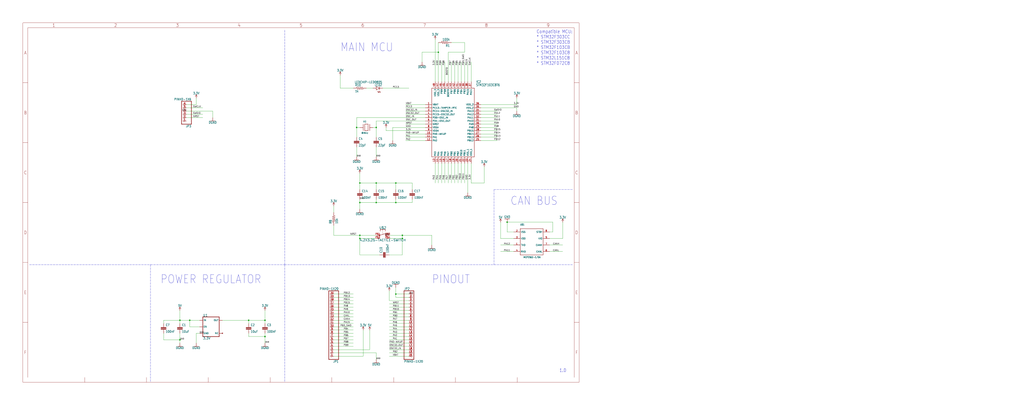
<source format=kicad_sch>
(kicad_sch (version 20211123) (generator eeschema)
  (paper "User" 795.02 317.906)
  (lib_symbols
    (symbol "speedy barebone-eagle-import:3.3V" (power)
      (property "Value" "3.3V" (at 0 2.794 0))
      (symbol "3.3V_1_0"
        (pin power_in line (at 0 0 90) (length 2.54) (name "3.3V") (number "1"))
      )
    )
    (symbol "speedy barebone-eagle-import:4.2X3.25-TACTILE-SWITCH"
      (property "Value" "4.2X3.25-TACTILE-SWITCH" (at 0 -2.794 0))
      (symbol "4.2X3.25-TACTILE-SWITCH_1_0"
        (pin passive line (at -5.08 0 0) (length 2.54) (name "1") (number "P$1"))
        (pin passive line (at -5.08 -2.54 0) (length 2.54) (name "2") (number "P$2"))
        (pin passive line (at 5.08 0 180) (length 2.54) (name "3") (number "P$3"))
        (pin passive line (at 5.08 -2.54 180) (length 2.54) (name "4") (number "P$4"))
      )
    )
    (symbol "speedy barebone-eagle-import:5V" (power)
      (property "Value" "5V" (at 0 2.794 0))
      (symbol "5V_1_0"
        (pin power_in line (at 0 0 90) (length 2.54) (name "5V") (number "1"))
      )
    )
    (symbol "speedy barebone-eagle-import:C-EUC0603"
      (property "Reference" "C" (at 1.524 0.381 0))
      (property "Value" "C-EUC0603" (at 1.524 -4.699 0))
      (symbol "C-EUC0603_1_0"
        (pin passive line (at 0 2.54 270) (length 2.54) (name "1") (number "1"))
        (pin passive line (at 0 -5.08 90) (length 2.54) (name "2") (number "2"))
      )
    )
    (symbol "speedy barebone-eagle-import:C-EUC0805"
      (property "Reference" "C" (at 1.524 0.381 0))
      (property "Value" "C-EUC0805" (at 1.524 -4.699 0))
      (symbol "C-EUC0805_1_0"
        (pin passive line (at 0 2.54 270) (length 2.54) (name "1") (number "1"))
        (pin passive line (at 0 -5.08 90) (length 2.54) (name "2") (number "2"))
      )
    )
    (symbol "speedy barebone-eagle-import:DGND" (power)
      (property "Value" "DGND" (at 0 -0.254 0))
      (symbol "DGND_1_0"
        (pin power_in line (at 0 2.54 270) (length 2.54) (name "GND") (number "1"))
      )
    )
    (symbol "speedy barebone-eagle-import:FRAME_B_L"
      (symbol "FRAME_B_L_0_0"
        (text "1" (at 23.9889 277.495 0) (effects (font (size 2.54 2.286))))
        (text "2" (at 71.9667 277.495 0) (effects (font (size 2.54 2.286))))
        (text "3" (at 119.9444 277.495 0) (effects (font (size 2.54 2.286))))
        (text "4" (at 167.9222 277.495 0) (effects (font (size 2.54 2.286))))
        (text "5" (at 215.9 277.495 0) (effects (font (size 2.54 2.286))))
        (text "6" (at 263.8778 277.495 0) (effects (font (size 2.54 2.286))))
        (text "7" (at 311.8556 277.495 0) (effects (font (size 2.54 2.286))))
        (text "8" (at 359.8333 277.495 0) (effects (font (size 2.54 2.286))))
        (text "9" (at 407.8111 277.495 0) (effects (font (size 2.54 2.286))))
        (text "A" (at 1.905 256.1167 0) (effects (font (size 2.54 2.286))))
        (text "A" (at 429.895 256.1167 0) (effects (font (size 2.54 2.286))))
        (text "B" (at 1.905 209.55 0) (effects (font (size 2.54 2.286))))
        (text "B" (at 429.895 209.55 0) (effects (font (size 2.54 2.286))))
        (text "C" (at 1.905 162.9833 0) (effects (font (size 2.54 2.286))))
        (text "C" (at 429.895 162.9833 0) (effects (font (size 2.54 2.286))))
        (text "D" (at 1.905 116.4167 0) (effects (font (size 2.54 2.286))))
        (text "D" (at 429.895 116.4167 0) (effects (font (size 2.54 2.286))))
        (text "E" (at 1.905 69.85 0) (effects (font (size 2.54 2.286))))
        (text "E" (at 429.895 69.85 0) (effects (font (size 2.54 2.286))))
        (text "F" (at 1.905 23.2833 0) (effects (font (size 2.54 2.286))))
        (text "F" (at 429.895 23.2833 0) (effects (font (size 2.54 2.286))))
      )
      (symbol "FRAME_B_L_2_0"
        (text ">DRAWING_NAME" (at 17.78 19.05 0) (effects (font (size 2.54 2.159)) (justify left bottom)))
        (text ">LAST_DATE_TIME" (at 12.7 1.27 0) (effects (font (size 2.54 2.159)) (justify left bottom)))
        (text ">SHEET" (at 86.36 1.27 0) (effects (font (size 2.54 2.159)) (justify left bottom)))
        (text "Date:" (at 1.27 1.27 0) (effects (font (size 2.54 2.159)) (justify left bottom)))
        (text "Document Number:" (at 1.27 11.43 0) (effects (font (size 2.54 2.159)) (justify left bottom)))
        (text "REV:" (at 88.9 11.43 0) (effects (font (size 2.54 2.159)) (justify left bottom)))
        (text "Sheet:" (at 72.39 1.27 0) (effects (font (size 2.54 2.159)) (justify left bottom)))
        (text "TITLE:" (at 1.27 19.05 0) (effects (font (size 2.54 2.159)) (justify left bottom)))
      )
    )
    (symbol "speedy barebone-eagle-import:GND" (power)
      (property "Value" "GND" (at -2.54 -2.54 0))
      (symbol "GND_1_0"
        (pin power_in line (at 0 2.54 270) (length 2.54) (name "GND") (number "1"))
      )
    )
    (symbol "speedy barebone-eagle-import:LEDCHIP-LED0805"
      (property "Reference" "LED" (at 3.556 -4.572 90))
      (property "Value" "LEDCHIP-LED0805" (at 5.715 -4.572 90))
      (symbol "LEDCHIP-LED0805_1_0"
        (pin passive line (at 0 2.54 270) (length 2.54) (name "A") (number "A"))
        (pin passive line (at 0 -5.08 90) (length 2.54) (name "C") (number "C"))
      )
    )
    (symbol "speedy barebone-eagle-import:MCP2562-E{slash}SN"
      (property "Value" "MCP2562-E{slash}SN" (at -7.62 -12.7 0))
      (symbol "MCP2562-E{slash}SN_1_0"
        (pin bidirectional line (at -15.24 -2.54 0) (length 5.08) (name "TXD") (number "1"))
        (pin bidirectional line (at -15.24 7.62 0) (length 5.08) (name "VSS") (number "2"))
        (pin bidirectional line (at -15.24 2.54 0) (length 5.08) (name "VDD") (number "3"))
        (pin bidirectional line (at -15.24 -7.62 0) (length 5.08) (name "RXD") (number "4"))
        (pin bidirectional line (at 12.7 2.54 180) (length 5.08) (name "VIO") (number "5"))
        (pin bidirectional line (at 12.7 -7.62 180) (length 5.08) (name "CANL") (number "6"))
        (pin bidirectional line (at 12.7 -2.54 180) (length 5.08) (name "CANH") (number "7"))
        (pin bidirectional line (at 12.7 7.62 180) (length 5.08) (name "STBY") (number "8"))
      )
    )
    (symbol "speedy barebone-eagle-import:PINHD-1X20"
      (property "Reference" "JP" (at -6.35 26.035 0))
      (property "Value" "PINHD-1X20" (at -6.35 -30.48 0))
      (symbol "PINHD-1X20_1_0"
        (pin passive inverted (at -2.54 22.86 0) (length 2.54) (name "1") (number "1"))
        (pin passive inverted (at -2.54 0 0) (length 2.54) (name "10") (number "10"))
        (pin passive inverted (at -2.54 -2.54 0) (length 2.54) (name "11") (number "11"))
        (pin passive inverted (at -2.54 -5.08 0) (length 2.54) (name "12") (number "12"))
        (pin passive inverted (at -2.54 -7.62 0) (length 2.54) (name "13") (number "13"))
        (pin passive inverted (at -2.54 -10.16 0) (length 2.54) (name "14") (number "14"))
        (pin passive inverted (at -2.54 -12.7 0) (length 2.54) (name "15") (number "15"))
        (pin passive inverted (at -2.54 -15.24 0) (length 2.54) (name "16") (number "16"))
        (pin passive inverted (at -2.54 -17.78 0) (length 2.54) (name "17") (number "17"))
        (pin passive inverted (at -2.54 -20.32 0) (length 2.54) (name "18") (number "18"))
        (pin passive inverted (at -2.54 -22.86 0) (length 2.54) (name "19") (number "19"))
        (pin passive inverted (at -2.54 20.32 0) (length 2.54) (name "2") (number "2"))
        (pin passive inverted (at -2.54 -25.4 0) (length 2.54) (name "20") (number "20"))
        (pin passive inverted (at -2.54 17.78 0) (length 2.54) (name "3") (number "3"))
        (pin passive inverted (at -2.54 15.24 0) (length 2.54) (name "4") (number "4"))
        (pin passive inverted (at -2.54 12.7 0) (length 2.54) (name "5") (number "5"))
        (pin passive inverted (at -2.54 10.16 0) (length 2.54) (name "6") (number "6"))
        (pin passive inverted (at -2.54 7.62 0) (length 2.54) (name "7") (number "7"))
        (pin passive inverted (at -2.54 5.08 0) (length 2.54) (name "8") (number "8"))
        (pin passive inverted (at -2.54 2.54 0) (length 2.54) (name "9") (number "9"))
      )
    )
    (symbol "speedy barebone-eagle-import:PINHD-1X6"
      (property "Reference" "JP" (at -6.35 10.795 0))
      (property "Value" "PINHD-1X6" (at -6.35 -10.16 0))
      (symbol "PINHD-1X6_1_0"
        (pin passive inverted (at -2.54 7.62 0) (length 2.54) (name "1") (number "1"))
        (pin passive inverted (at -2.54 5.08 0) (length 2.54) (name "2") (number "2"))
        (pin passive inverted (at -2.54 2.54 0) (length 2.54) (name "3") (number "3"))
        (pin passive inverted (at -2.54 0 0) (length 2.54) (name "4") (number "4"))
        (pin passive inverted (at -2.54 -2.54 0) (length 2.54) (name "5") (number "5"))
        (pin passive inverted (at -2.54 -5.08 0) (length 2.54) (name "6") (number "6"))
      )
    )
    (symbol "speedy barebone-eagle-import:R-US_R0603"
      (property "Reference" "R" (at -3.81 1.4986 0))
      (property "Value" "R-US_R0603" (at -3.81 -3.302 0))
      (symbol "R-US_R0603_1_0"
        (pin passive line (at -5.08 0 0) (length 2.54) (name "1") (number "1"))
        (pin passive line (at 5.08 0 180) (length 2.54) (name "2") (number "2"))
      )
    )
    (symbol "speedy barebone-eagle-import:STM32F103C8T6"
      (property "Reference" "IC" (at 16.51 30.48 0))
      (property "Value" "STM32F103C8T6" (at 16.51 27.94 0))
      (symbol "STM32F103C8T6_1_0"
        (pin bidirectional line (at -22.86 12.7 0) (length 5.08) (name "VBAT") (number "1"))
        (pin bidirectional line (at -22.86 -10.16 0) (length 5.08) (name "PA0-WKUP") (number "10"))
        (pin bidirectional line (at -22.86 -12.7 0) (length 5.08) (name "PA1") (number "11"))
        (pin bidirectional line (at -22.86 -15.24 0) (length 5.08) (name "PA2") (number "12"))
        (pin bidirectional line (at -15.24 -33.02 90) (length 5.08) (name "PA3") (number "13"))
        (pin bidirectional line (at -12.7 -33.02 90) (length 5.08) (name "PA4") (number "14"))
        (pin bidirectional line (at -10.16 -33.02 90) (length 5.08) (name "PA5") (number "15"))
        (pin bidirectional line (at -7.62 -33.02 90) (length 5.08) (name "PA6") (number "16"))
        (pin bidirectional line (at -5.08 -33.02 90) (length 5.08) (name "PA7") (number "17"))
        (pin bidirectional line (at -2.54 -33.02 90) (length 5.08) (name "PB0") (number "18"))
        (pin bidirectional line (at 0 -33.02 90) (length 5.08) (name "PB1") (number "19"))
        (pin bidirectional line (at -22.86 10.16 0) (length 5.08) (name "PC13-TAMPER-RTC") (number "2"))
        (pin bidirectional line (at 2.54 -33.02 90) (length 5.08) (name "PB2") (number "20"))
        (pin bidirectional line (at 5.08 -33.02 90) (length 5.08) (name "PB10") (number "21"))
        (pin bidirectional line (at 7.62 -33.02 90) (length 5.08) (name "PB11") (number "22"))
        (pin power_in line (at 10.16 -33.02 90) (length 5.08) (name "VSS_1") (number "23"))
        (pin power_in line (at 12.7 -33.02 90) (length 5.08) (name "VDD_1") (number "24"))
        (pin bidirectional line (at 20.32 -15.24 180) (length 5.08) (name "PB12") (number "25"))
        (pin bidirectional line (at 20.32 -12.7 180) (length 5.08) (name "PB13") (number "26"))
        (pin bidirectional line (at 20.32 -10.16 180) (length 5.08) (name "PB14") (number "27"))
        (pin bidirectional line (at 20.32 -7.62 180) (length 5.08) (name "PB15") (number "28"))
        (pin bidirectional line (at 20.32 -5.08 180) (length 5.08) (name "PA8") (number "29"))
        (pin input line (at -22.86 7.62 0) (length 5.08) (name "PC14-OSC32_IN") (number "3"))
        (pin bidirectional line (at 20.32 -2.54 180) (length 5.08) (name "PA9") (number "30"))
        (pin bidirectional line (at 20.32 0 180) (length 5.08) (name "PA10") (number "31"))
        (pin bidirectional line (at 20.32 2.54 180) (length 5.08) (name "PA11") (number "32"))
        (pin bidirectional line (at 20.32 5.08 180) (length 5.08) (name "PA12") (number "33"))
        (pin bidirectional line (at 20.32 7.62 180) (length 5.08) (name "PA13") (number "34"))
        (pin power_in line (at 20.32 10.16 180) (length 5.08) (name "VSS_2") (number "35"))
        (pin power_in line (at 20.32 12.7 180) (length 5.08) (name "VDD_2") (number "36"))
        (pin bidirectional line (at 12.7 30.48 270) (length 5.08) (name "PA14") (number "37"))
        (pin bidirectional line (at 10.16 30.48 270) (length 5.08) (name "PA15") (number "38"))
        (pin bidirectional line (at 7.62 30.48 270) (length 5.08) (name "PB3") (number "39"))
        (pin output line (at -22.86 5.08 0) (length 5.08) (name "PC15-OSC32_OUT") (number "4"))
        (pin bidirectional line (at 5.08 30.48 270) (length 5.08) (name "PB4") (number "40"))
        (pin bidirectional line (at 2.54 30.48 270) (length 5.08) (name "PB5") (number "41"))
        (pin bidirectional line (at 0 30.48 270) (length 5.08) (name "PB6") (number "42"))
        (pin bidirectional line (at -2.54 30.48 270) (length 5.08) (name "PB7") (number "43"))
        (pin bidirectional line (at -5.08 30.48 270) (length 5.08) (name "BOOT0") (number "44"))
        (pin bidirectional line (at -7.62 30.48 270) (length 5.08) (name "PB8") (number "45"))
        (pin bidirectional line (at -10.16 30.48 270) (length 5.08) (name "PB9") (number "46"))
        (pin power_in line (at -12.7 30.48 270) (length 5.08) (name "VSS_3") (number "47"))
        (pin power_in line (at -15.24 30.48 270) (length 5.08) (name "VDD_3") (number "48"))
        (pin input line (at -22.86 2.54 0) (length 5.08) (name "PD0-OSC_IN") (number "5"))
        (pin output line (at -22.86 0 0) (length 5.08) (name "PD1-OSC_OUT") (number "6"))
        (pin input line (at -22.86 -2.54 0) (length 5.08) (name "NRST") (number "7"))
        (pin power_in line (at -22.86 -5.08 0) (length 5.08) (name "VSSA") (number "8"))
        (pin power_in line (at -22.86 -7.62 0) (length 5.08) (name "VDDA") (number "9"))
      )
    )
    (symbol "speedy barebone-eagle-import:V_REG_AP2112K-3.3V"
      (property "Reference" "U" (at -7.62 7.874 0))
      (property "Value" "V_REG_AP2112K-3.3V" (at -7.62 -7.874 0))
      (symbol "V_REG_AP2112K-3.3V_1_0"
        (pin input line (at -10.16 5.08 0) (length 2.54) (name "IN") (number "1"))
        (pin input line (at -10.16 -5.08 0) (length 2.54) (name "GND") (number "2"))
        (pin input line (at -10.16 0 0) (length 2.54) (name "EN") (number "3"))
        (pin no_connect line (at 7.62 -5.08 180) (length 2.54) (name "NC") (number "4"))
        (pin passive line (at 7.62 5.08 180) (length 2.54) (name "OUT") (number "5"))
      )
    )
    (symbol "speedy barebone-eagle-import:XTALNX5032"
      (property "Reference" "X" (at -2.54 3.81 0))
      (property "Value" "XTALNX5032" (at -3.81 -5.08 0))
      (symbol "XTALNX5032_1_0"
        (pin bidirectional line (at -5.08 0 0) (length 2.54) (name "P$1") (number "P$1"))
        (pin bidirectional line (at 5.08 0 180) (length 2.54) (name "P$2") (number "P$2"))
      )
    )
  )
  (junction (at 205.74 261.62))
  (junction (at 276.86 99.06))
  (junction (at 340.36 40.64))
  (junction (at 139.7 248.92))
  (junction (at 147.32 248.92))
  (junction (at 312.42 182.88))
  (junction (at 279.4 182.88))
  (junction (at 307.34 142.24))
  (junction (at 193.04 248.92))
  (junction (at 307.34 157.48))
  (junction (at 312.42 185.42))
  (junction (at 393.7 172.72))
  (junction (at 307.34 228.6))
  (junction (at 279.4 157.48))
  (junction (at 292.1 157.48))
  (junction (at 279.4 185.42))
  (junction (at 292.1 99.06))
  (junction (at 205.74 248.92))
  (junction (at 279.4 142.24))
  (junction (at 139.7 264.16))
  (junction (at 292.1 142.24))
  (wire (pts (xy 259.08 254) (xy 274.32 254)))
  (wire (pts (xy 279.4 154.94) (xy 279.4 157.48)))
  (wire (pts (xy 292.1 99.06) (xy 292.1 93.98)))
  (wire (pts (xy 287.02 256.54) (xy 287.02 271.78)))
  (wire (pts (xy 292.1 154.94) (xy 292.1 157.48)))
  (wire (pts (xy 363.22 63.5) (xy 363.22 48.26)))
  (wire (pts (xy 165.1 86.36) (xy 165.1 91.44)))
  (wire (pts (xy 279.4 142.24) (xy 292.1 142.24)))
  (wire (pts (xy 127 251.46) (xy 127 248.92)))
  (wire (pts (xy 279.4 182.88) (xy 279.4 185.42)))
  (wire (pts (xy 279.4 147.32) (xy 279.4 142.24)))
  (wire (pts (xy 345.44 63.5) (xy 345.44 48.26)))
  (wire (pts (xy 292.1 99.06) (xy 292.1 106.68)))
  (wire (pts (xy 292.1 93.98) (xy 330.2 93.98)))
  (wire (pts (xy 307.34 154.94) (xy 307.34 157.48)))
  (wire (pts (xy 299.72 101.6) (xy 299.72 99.06)))
  (wire (pts (xy 355.6 127) (xy 355.6 142.24)))
  (polyline (pts (xy 220.98 205.74) (xy 220.98 22.86)))
  (wire (pts (xy 360.68 40.64) (xy 360.68 33.02)))
  (wire (pts (xy 259.08 238.76) (xy 274.32 238.76)))
  (wire (pts (xy 347.98 127) (xy 347.98 142.24)))
  (wire (pts (xy 317.5 276.86) (xy 302.26 276.86)))
  (wire (pts (xy 312.42 198.12) (xy 312.42 185.42)))
  (wire (pts (xy 373.38 86.36) (xy 386.08 86.36)))
  (wire (pts (xy 340.36 63.5) (xy 340.36 40.64)))
  (wire (pts (xy 302.26 198.12) (xy 312.42 198.12)))
  (wire (pts (xy 147.32 254) (xy 147.32 248.92)))
  (wire (pts (xy 312.42 182.88) (xy 335.28 182.88)))
  (wire (pts (xy 373.38 81.28) (xy 401.32 81.28)))
  (wire (pts (xy 299.72 101.6) (xy 330.2 101.6)))
  (wire (pts (xy 259.08 264.16) (xy 274.32 264.16)))
  (wire (pts (xy 279.4 162.56) (xy 279.4 157.48)))
  (wire (pts (xy 320.04 142.24) (xy 320.04 147.32)))
  (wire (pts (xy 317.5 274.32) (xy 302.26 274.32)))
  (wire (pts (xy 147.32 248.92) (xy 139.7 248.92)))
  (wire (pts (xy 307.34 142.24) (xy 320.04 142.24)))
  (wire (pts (xy 276.86 121.92) (xy 276.86 114.3)))
  (wire (pts (xy 373.38 104.14) (xy 386.08 104.14)))
  (wire (pts (xy 327.66 40.64) (xy 327.66 48.26)))
  (wire (pts (xy 264.16 68.58) (xy 264.16 58.42)))
  (wire (pts (xy 426.72 190.5) (xy 436.88 190.5)))
  (wire (pts (xy 373.38 91.44) (xy 386.08 91.44)))
  (wire (pts (xy 358.14 127) (xy 358.14 142.24)))
  (wire (pts (xy 360.68 33.02) (xy 350.52 33.02)))
  (wire (pts (xy 139.7 248.92) (xy 139.7 251.46)))
  (wire (pts (xy 193.04 261.62) (xy 205.74 261.62)))
  (wire (pts (xy 307.34 231.14) (xy 307.34 228.6)))
  (wire (pts (xy 342.9 127) (xy 342.9 142.24)))
  (wire (pts (xy 340.36 40.64) (xy 327.66 40.64)))
  (wire (pts (xy 373.38 101.6) (xy 386.08 101.6)))
  (wire (pts (xy 307.34 157.48) (xy 320.04 157.48)))
  (wire (pts (xy 259.08 165.1) (xy 259.08 160.02)))
  (wire (pts (xy 259.08 246.38) (xy 274.32 246.38)))
  (wire (pts (xy 292.1 142.24) (xy 307.34 142.24)))
  (wire (pts (xy 401.32 86.36) (xy 401.32 83.82)))
  (wire (pts (xy 144.78 86.36) (xy 165.1 86.36)))
  (wire (pts (xy 152.4 259.08) (xy 152.4 266.7)))
  (wire (pts (xy 373.38 93.98) (xy 386.08 93.98)))
  (wire (pts (xy 154.94 254) (xy 147.32 254)))
  (wire (pts (xy 436.88 185.42) (xy 436.88 172.72)))
  (wire (pts (xy 330.2 81.28) (xy 314.96 81.28)))
  (wire (pts (xy 292.1 279.4) (xy 292.1 274.32)))
  (wire (pts (xy 259.08 276.86) (xy 281.94 276.86)))
  (wire (pts (xy 365.76 127) (xy 365.76 142.24)))
  (wire (pts (xy 360.68 127) (xy 360.68 142.24)))
  (wire (pts (xy 259.08 236.22) (xy 274.32 236.22)))
  (wire (pts (xy 279.4 142.24) (xy 279.4 134.62)))
  (polyline (pts (xy 116.84 205.74) (xy 116.84 297.18)))
  (wire (pts (xy 292.1 157.48) (xy 307.34 157.48)))
  (wire (pts (xy 152.4 81.28) (xy 152.4 76.2)))
  (wire (pts (xy 279.4 157.48) (xy 292.1 157.48)))
  (wire (pts (xy 139.7 248.92) (xy 139.7 241.3)))
  (wire (pts (xy 340.36 127) (xy 340.36 142.24)))
  (wire (pts (xy 289.56 68.58) (xy 284.48 68.58)))
  (wire (pts (xy 340.36 40.64) (xy 340.36 33.02)))
  (wire (pts (xy 317.5 246.38) (xy 302.26 246.38)))
  (wire (pts (xy 259.08 231.14) (xy 274.32 231.14)))
  (wire (pts (xy 317.5 266.7) (xy 302.26 266.7)))
  (wire (pts (xy 317.5 238.76) (xy 302.26 238.76)))
  (wire (pts (xy 330.2 86.36) (xy 314.96 86.36)))
  (wire (pts (xy 330.2 109.22) (xy 314.96 109.22)))
  (wire (pts (xy 373.38 109.22) (xy 386.08 109.22)))
  (wire (pts (xy 259.08 274.32) (xy 292.1 274.32)))
  (wire (pts (xy 353.06 63.5) (xy 353.06 48.26)))
  (wire (pts (xy 317.5 269.24) (xy 302.26 269.24)))
  (wire (pts (xy 317.5 264.16) (xy 302.26 264.16)))
  (wire (pts (xy 317.5 259.08) (xy 302.26 259.08)))
  (wire (pts (xy 139.7 264.16) (xy 139.7 259.08)))
  (wire (pts (xy 358.14 63.5) (xy 358.14 48.26)))
  (wire (pts (xy 259.08 269.24) (xy 274.32 269.24)))
  (wire (pts (xy 292.1 121.92) (xy 292.1 114.3)))
  (wire (pts (xy 363.22 127) (xy 363.22 149.86)))
  (wire (pts (xy 205.74 248.92) (xy 205.74 251.46)))
  (wire (pts (xy 426.72 185.42) (xy 436.88 185.42)))
  (wire (pts (xy 373.38 106.68) (xy 386.08 106.68)))
  (wire (pts (xy 375.92 142.24) (xy 365.76 142.24)))
  (wire (pts (xy 193.04 259.08) (xy 193.04 261.62)))
  (wire (pts (xy 317.5 261.62) (xy 302.26 261.62)))
  (wire (pts (xy 355.6 63.5) (xy 355.6 48.26)))
  (polyline (pts (xy 383.54 205.74) (xy 444.5 205.74)))
  (wire (pts (xy 330.2 96.52) (xy 314.96 96.52)))
  (wire (pts (xy 317.5 236.22) (xy 302.26 236.22)))
  (wire (pts (xy 289.56 99.06) (xy 292.1 99.06)))
  (wire (pts (xy 317.5 228.6) (xy 307.34 228.6)))
  (wire (pts (xy 347.98 40.64) (xy 360.68 40.64)))
  (wire (pts (xy 317.5 231.14) (xy 307.34 231.14)))
  (polyline (pts (xy 444.5 147.32) (xy 383.54 147.32)))
  (wire (pts (xy 375.92 129.54) (xy 375.92 142.24)))
  (polyline (pts (xy 116.84 205.74) (xy 220.98 205.74)))
  (wire (pts (xy 144.78 83.82) (xy 157.48 83.82)))
  (wire (pts (xy 393.7 180.34) (xy 393.7 172.72)))
  (wire (pts (xy 350.52 127) (xy 350.52 142.24)))
  (wire (pts (xy 350.52 63.5) (xy 350.52 48.26)))
  (wire (pts (xy 279.4 198.12) (xy 279.4 185.42)))
  (wire (pts (xy 373.38 99.06) (xy 386.08 99.06)))
  (wire (pts (xy 139.7 264.16) (xy 139.7 266.7)))
  (wire (pts (xy 276.86 91.44) (xy 276.86 99.06)))
  (wire (pts (xy 276.86 99.06) (xy 279.4 99.06)))
  (wire (pts (xy 302.26 185.42) (xy 312.42 185.42)))
  (wire (pts (xy 320.04 157.48) (xy 320.04 154.94)))
  (wire (pts (xy 154.94 259.08) (xy 152.4 259.08)))
  (wire (pts (xy 259.08 228.6) (xy 274.32 228.6)))
  (wire (pts (xy 259.08 271.78) (xy 287.02 271.78)))
  (wire (pts (xy 294.64 198.12) (xy 279.4 198.12)))
  (wire (pts (xy 365.76 63.5) (xy 365.76 48.26)))
  (wire (pts (xy 193.04 251.46) (xy 193.04 248.92)))
  (wire (pts (xy 317.5 243.84) (xy 302.26 243.84)))
  (wire (pts (xy 193.04 248.92) (xy 205.74 248.92)))
  (wire (pts (xy 398.78 185.42) (xy 388.62 185.42)))
  (wire (pts (xy 127 259.08) (xy 127 264.16)))
  (wire (pts (xy 205.74 248.92) (xy 205.74 241.3)))
  (wire (pts (xy 317.5 251.46) (xy 302.26 251.46)))
  (wire (pts (xy 317.5 248.92) (xy 302.26 248.92)))
  (wire (pts (xy 342.9 63.5) (xy 342.9 48.26)))
  (wire (pts (xy 317.5 233.68) (xy 302.26 233.68)))
  (wire (pts (xy 302.26 226.06) (xy 302.26 233.68)))
  (wire (pts (xy 360.68 63.5) (xy 360.68 48.26)))
  (wire (pts (xy 144.78 91.44) (xy 157.48 91.44)))
  (wire (pts (xy 259.08 266.7) (xy 274.32 266.7)))
  (wire (pts (xy 144.78 88.9) (xy 157.48 88.9)))
  (wire (pts (xy 335.28 190.5) (xy 335.28 182.88)))
  (wire (pts (xy 259.08 241.3) (xy 274.32 241.3)))
  (wire (pts (xy 337.82 127) (xy 337.82 142.24)))
  (wire (pts (xy 401.32 76.2) (xy 401.32 81.28)))
  (wire (pts (xy 317.5 256.54) (xy 302.26 256.54)))
  (wire (pts (xy 330.2 104.14) (xy 314.96 104.14)))
  (wire (pts (xy 304.8 99.06) (xy 330.2 99.06)))
  (wire (pts (xy 292.1 185.42) (xy 279.4 185.42)))
  (wire (pts (xy 426.72 195.58) (xy 436.88 195.58)))
  (wire (pts (xy 373.38 83.82) (xy 401.32 83.82)))
  (polyline (pts (xy 220.98 205.74) (xy 220.98 297.18)))
  (wire (pts (xy 205.74 261.62) (xy 205.74 259.08)))
  (wire (pts (xy 347.98 63.5) (xy 347.98 40.64)))
  (wire (pts (xy 307.34 147.32) (xy 307.34 142.24)))
  (wire (pts (xy 279.4 182.88) (xy 259.08 182.88)))
  (wire (pts (xy 429.26 172.72) (xy 393.7 172.72)))
  (wire (pts (xy 276.86 91.44) (xy 330.2 91.44)))
  (wire (pts (xy 330.2 106.68) (xy 314.96 106.68)))
  (wire (pts (xy 345.44 127) (xy 345.44 142.24)))
  (wire (pts (xy 276.86 106.68) (xy 276.86 99.06)))
  (wire (pts (xy 353.06 127) (xy 353.06 142.24)))
  (polyline (pts (xy 220.98 205.74) (xy 383.54 205.74)))
  (wire (pts (xy 302.26 182.88) (xy 312.42 182.88)))
  (wire (pts (xy 297.18 68.58) (xy 317.5 68.58)))
  (wire (pts (xy 259.08 182.88) (xy 259.08 175.26)))
  (wire (pts (xy 259.08 251.46) (xy 274.32 251.46)))
  (wire (pts (xy 304.8 99.06) (xy 304.8 109.22)))
  (wire (pts (xy 373.38 96.52) (xy 386.08 96.52)))
  (wire (pts (xy 144.78 81.28) (xy 152.4 81.28)))
  (wire (pts (xy 259.08 233.68) (xy 274.32 233.68)))
  (wire (pts (xy 330.2 83.82) (xy 314.96 83.82)))
  (wire (pts (xy 398.78 180.34) (xy 393.7 180.34)))
  (wire (pts (xy 373.38 88.9) (xy 386.08 88.9)))
  (wire (pts (xy 274.32 68.58) (xy 264.16 68.58)))
  (wire (pts (xy 259.08 248.92) (xy 274.32 248.92)))
  (wire (pts (xy 127 248.92) (xy 139.7 248.92)))
  (polyline (pts (xy 383.54 147.32) (xy 383.54 205.74)))
  (wire (pts (xy 281.94 276.86) (xy 281.94 256.54)))
  (wire (pts (xy 259.08 261.62) (xy 274.32 261.62)))
  (wire (pts (xy 312.42 185.42) (xy 312.42 182.88)))
  (wire (pts (xy 307.34 228.6) (xy 307.34 223.52)))
  (wire (pts (xy 205.74 266.7) (xy 205.74 261.62)))
  (wire (pts (xy 259.08 259.08) (xy 274.32 259.08)))
  (wire (pts (xy 429.26 180.34) (xy 429.26 172.72)))
  (wire (pts (xy 292.1 147.32) (xy 292.1 142.24)))
  (wire (pts (xy 426.72 180.34) (xy 429.26 180.34)))
  (wire (pts (xy 259.08 256.54) (xy 274.32 256.54)))
  (wire (pts (xy 388.62 185.42) (xy 388.62 172.72)))
  (wire (pts (xy 259.08 243.84) (xy 274.32 243.84)))
  (wire (pts (xy 127 264.16) (xy 139.7 264.16)))
  (wire (pts (xy 317.5 271.78) (xy 302.26 271.78)))
  (wire (pts (xy 398.78 190.5) (xy 388.62 190.5)))
  (wire (pts (xy 172.72 248.92) (xy 193.04 248.92)))
  (wire (pts (xy 337.82 30.48) (xy 337.82 63.5)))
  (wire (pts (xy 330.2 88.9) (xy 314.96 88.9)))
  (polyline (pts (xy 22.86 205.74) (xy 116.84 205.74)))
  (wire (pts (xy 292.1 182.88) (xy 279.4 182.88)))
  (wire (pts (xy 398.78 195.58) (xy 388.62 195.58)))
  (wire (pts (xy 317.5 254) (xy 302.26 254)))
  (wire (pts (xy 154.94 248.92) (xy 147.32 248.92)))
  (wire (pts (xy 317.5 241.3) (xy 302.26 241.3)))
  (text "POWER REGULATOR" (at 124.46 220.98 180) (effects (font (size 6.4516 5.4838)) (justify left bottom)))
  (text "PINOUT" (at 335.28 220.98 180) (effects (font (size 6.4516 5.4838)) (justify left bottom)))
  (text "CAN BUS" (at 396.24 160.02 180) (effects (font (size 6.4516 5.4838)) (justify left bottom)))
  (text "1.0" (at 434.34 289.56 180) (effects (font (size 2.54 2.159)) (justify left bottom)))
  (text "Compatible MCU:\n* STM32F303CC\n* STM32F303CB\n* STM32F103CB\n* STM32F103C8\n* STM32L151C8\n* STM32F072C8" (at 416.56 50.8 0) (effects (font (size 2.54 2.159)) (justify left bottom)))
  (text "MAIN MCU" (at 264.16 40.64 180) (effects (font (size 6.4516 5.4838)) (justify left bottom)))
  (label "3.3V" (at 365.76 139.7 90) (effects (font (size 1.2446 1.2446))))
  (label "PA1" (at 314.96 106.68 0) (effects (font (size 1.2446 1.2446))))
  (label "SWDIO" (at 383.54 86.36 0) (effects (font (size 1.2446 1.2446))))
  (label "GND" (at 144.78 86.36 180) (effects (font (size 1.016 1.016))))
  (label "PB7" (at 350.52 50.8 90) (effects (font (size 1.2446 1.2446))))
  (label "GND" (at 154.94 259.08 0) (effects (font (size 1.016 1.016))))
  (label "PA15" (at 363.22 50.8 90) (effects (font (size 1.2446 1.2446))))
  (label "CANH" (at 266.7 248.92 0) (effects (font (size 1.2446 1.2446))))
  (label "GND" (at 279.4 154.94 0) (effects (font (size 1.016 1.016))))
  (label "PA2" (at 314.96 109.22 0) (effects (font (size 1.2446 1.2446))))
  (label "OSC32_IN" (at 302.26 271.78 0) (effects (font (size 1.2446 1.2446))))
  (label "PB7" (at 266.7 264.16 0) (effects (font (size 1.2446 1.2446))))
  (label "GND" (at 340.36 50.8 90) (effects (font (size 1.2446 1.2446))))
  (label "PC13" (at 304.8 68.58 0) (effects (font (size 1.2446 1.2446))))
  (label "PB11" (at 360.68 139.7 90) (effects (font (size 1.2446 1.2446))))
  (label "PB1" (at 304.8 243.84 0) (effects (font (size 1.2446 1.2446))))
  (label "PB13" (at 266.7 231.14 0) (effects (font (size 1.2446 1.2446))))
  (label "PA12" (at 391.16 190.5 0) (effects (font (size 1.2446 1.2446))))
  (label "PA15" (at 266.7 251.46 0) (effects (font (size 1.2446 1.2446))))
  (label "PA11" (at 391.16 195.58 0) (effects (font (size 1.2446 1.2446))))
  (label "PA3" (at 304.8 259.08 0) (effects (font (size 1.2446 1.2446))))
  (label "PB0" (at 350.52 139.7 90) (effects (font (size 1.2446 1.2446))))
  (label "GND" (at 292.1 121.92 0) (effects (font (size 1.016 1.016))))
  (label "PB9" (at 342.9 50.8 90) (effects (font (size 1.2446 1.2446))))
  (label "PA0-WKUP" (at 302.26 266.7 0) (effects (font (size 1.2446 1.2446))))
  (label "NRST" (at 149.86 91.44 0) (effects (font (size 1.2446 1.2446))))
  (label "GND" (at 317.5 228.6 0) (effects (font (size 1.016 1.016))))
  (label "PA7" (at 304.8 248.92 0) (effects (font (size 1.2446 1.2446))))
  (label "PB6" (at 353.06 50.8 90) (effects (font (size 1.2446 1.2446))))
  (label "3.3V" (at 314.96 101.6 0) (effects (font (size 1.2446 1.2446))))
  (label "SWCLK" (at 149.86 83.82 0) (effects (font (size 1.2446 1.2446))))
  (label "PB15" (at 383.54 101.6 0) (effects (font (size 1.2446 1.2446))))
  (label "GND" (at 314.96 99.06 0) (effects (font (size 1.2446 1.2446))))
  (label "PA6" (at 345.44 139.7 90) (effects (font (size 1.2446 1.2446))))
  (label "PA8" (at 266.7 238.76 0) (effects (font (size 1.2446 1.2446))))
  (label "NRST" (at 304.8 236.22 0) (effects (font (size 1.2446 1.2446))))
  (label "GND" (at 139.7 264.16 0) (effects (font (size 1.016 1.016))))
  (label "PB5" (at 266.7 259.08 0) (effects (font (size 1.2446 1.2446))))
  (label "PB10" (at 358.14 139.7 90) (effects (font (size 1.2446 1.2446))))
  (label "PB14" (at 383.54 104.14 0) (effects (font (size 1.2446 1.2446))))
  (label "PB9" (at 266.7 269.24 0) (effects (font (size 1.2446 1.2446))))
  (label "3.3V" (at 337.82 50.8 90) (effects (font (size 1.2446 1.2446))))
  (label "PA4" (at 340.36 139.7 90) (effects (font (size 1.2446 1.2446))))
  (label "SWDIO" (at 149.86 88.9 0) (effects (font (size 1.2446 1.2446))))
  (label "PB4" (at 266.7 256.54 0) (effects (font (size 1.2446 1.2446))))
  (label "PB14" (at 266.7 233.68 0) (effects (font (size 1.2446 1.2446))))
  (label "PA9" (at 266.7 241.3 0) (effects (font (size 1.2446 1.2446))))
  (label "GND" (at 398.78 83.82 0) (effects (font (size 1.2446 1.2446))))
  (label "GND" (at 292.1 279.4 0) (effects (font (size 1.016 1.016))))
  (label "PB11" (at 304.8 238.76 0) (effects (font (size 1.2446 1.2446))))
  (label "OSC32_OUT" (at 314.96 88.9 0) (effects (font (size 1.2446 1.2446))))
  (label "PA2" (at 304.8 261.62 0) (effects (font (size 1.2446 1.2446))))
  (label "OSC32_OUT" (at 302.26 269.24 0) (effects (font (size 1.2446 1.2446))))
  (label "VBAT" (at 304.8 276.86 0) (effects (font (size 1.2446 1.2446))))
  (label "PA12" (at 383.54 88.9 0) (effects (font (size 1.2446 1.2446))))
  (label "PA5" (at 304.8 254 0) (effects (font (size 1.2446 1.2446))))
  (label "NRST" (at 271.78 182.88 0) (effects (font (size 1.2446 1.2446))))
  (label "OSC32_IN" (at 314.96 86.36 0) (effects (font (size 1.2446 1.2446))))
  (label "PB1" (at 353.06 139.7 90) (effects (font (size 1.2446 1.2446))))
  (label "VBAT" (at 314.96 81.28 0) (effects (font (size 1.2446 1.2446))))
  (label "PA7" (at 347.98 139.7 90) (effects (font (size 1.2446 1.2446))))
  (label "GND" (at 205.74 266.7 0) (effects (font (size 1.016 1.016))))
  (label "PB13" (at 383.54 106.68 0) (effects (font (size 1.2446 1.2446))))
  (label "CANH" (at 429.26 190.5 0) (effects (font (size 1.2446 1.2446))))
  (label "CANL" (at 429.26 195.58 0) (effects (font (size 1.2446 1.2446))))
  (label "PB5" (at 355.6 50.8 90) (effects (font (size 1.2446 1.2446))))
  (label "OSC_IN" (at 314.96 91.44 0) (effects (font (size 1.2446 1.2446))))
  (label "GND" (at 276.86 121.92 0) (effects (font (size 1.016 1.016))))
  (label "OSC_OUT" (at 314.96 93.98 0) (effects (font (size 1.2446 1.2446))))
  (label "PA4" (at 304.8 256.54 0) (effects (font (size 1.2446 1.2446))))
  (label "PB3_SWO" (at 264.16 254 0) (effects (font (size 1.2446 1.2446))))
  (label "PA1" (at 304.8 264.16 0) (effects (font (size 1.2446 1.2446))))
  (label "PA9" (at 383.54 96.52 0) (effects (font (size 1.2446 1.2446))))
  (label "GND" (at 302.26 182.88 180) (effects (font (size 1.016 1.016))))
  (label "PB12" (at 383.54 109.22 0) (effects (font (size 1.2446 1.2446))))
  (label "PB3_SWO" (at 360.68 50.8 90) (effects (font (size 1.2446 1.2446))))
  (label "PA6" (at 304.8 251.46 0) (effects (font (size 1.2446 1.2446))))
  (label "PA0-WKUP" (at 314.96 104.14 0) (effects (font (size 1.2446 1.2446))))
  (label "CANL" (at 266.7 246.38 0) (effects (font (size 1.2446 1.2446))))
  (label "PA10" (at 383.54 93.98 0) (effects (font (size 1.2446 1.2446))))
  (label "PB10" (at 304.8 241.3 0) (effects (font (size 1.2446 1.2446))))
  (label "PA3" (at 337.82 139.7 90) (effects (font (size 1.2446 1.2446))))
  (label "BOOT0" (at 347.98 58.42 90) (effects (font (size 1.2446 1.2446))))
  (label "PB4" (at 358.14 50.8 90) (effects (font (size 1.2446 1.2446))))
  (label "PB12" (at 266.7 228.6 0) (effects (font (size 1.2446 1.2446))))
  (label "GND" (at 363.22 139.7 90) (effects (font (size 1.2446 1.2446))))
  (label "PC13" (at 314.96 83.82 0) (effects (font (size 1.2446 1.2446))))
  (label "PB8" (at 266.7 266.7 0) (effects (font (size 1.2446 1.2446))))
  (label "PB15" (at 266.7 236.22 0) (effects (font (size 1.2446 1.2446))))
  (label "PA8" (at 383.54 99.06 0) (effects (font (size 1.2446 1.2446))))
  (label "PB2" (at 304.8 274.32 0) (effects (font (size 1.2446 1.2446))))
  (label "3.3V" (at 398.78 81.28 0) (effects (font (size 1.2446 1.2446))))
  (label "PB0" (at 304.8 246.38 0) (effects (font (size 1.2446 1.2446))))
  (label "PA5" (at 342.9 139.7 90) (effects (font (size 1.2446 1.2446))))
  (label "PB6" (at 266.7 261.62 0) (effects (font (size 1.2446 1.2446))))
  (label "SWCLK" (at 365.76 50.8 90) (effects (font (size 1.2446 1.2446))))
  (label "NRST" (at 314.96 96.52 0) (effects (font (size 1.2446 1.2446))))
  (label "PB8" (at 345.44 50.8 90) (effects (font (size 1.2446 1.2446))))
  (label "PA10" (at 266.7 243.84 0) (effects (font (size 1.2446 1.2446))))
  (label "PB2" (at 355.6 139.7 90) (effects (font (size 1.2446 1.2446))))
  (label "PA11" (at 383.54 91.44 0) (effects (font (size 1.2446 1.2446))))
  (symbol (lib_id "speedy barebone-eagle-import:DGND") (at 152.4 269.24 0) (unit 1)
    (property "Reference" "#GND27" (effects hide))
    (property "Value" "DGND" (at 152.4 269.494 0) (effects (font (size 1.778 1.5113)) (justify top)))
    (property "Footprint" "speedy barebone:" (effects hide))
  )
  (symbol (lib_id "speedy barebone-eagle-import:PINHD-1X6") (at 142.24 86.36 180) (unit 1)
    (property "Reference" "JP3" (at 148.59 97.155 0) (effects (font (size 1.778 1.5113)) (justify left bottom)))
    (property "Value" "PINHD-1X6" (at 148.59 76.2 0) (effects (font (size 1.778 1.5113)) (justify left bottom)))
    (property "Footprint" "speedy barebone:1X06" (effects hide))
  )
  (symbol (lib_id "speedy barebone-eagle-import:3.3V") (at 436.88 172.72 0) (mirror y) (unit 1)
    (property "Reference" "#SUPPLY22" (effects hide))
    (property "Value" "3.3V" (at 436.88 169.926 0) (effects (font (size 1.778 1.5113)) (justify bottom)))
    (property "Footprint" "speedy barebone:" (effects hide))
  )
  (symbol (lib_id "speedy barebone-eagle-import:DGND") (at 205.74 269.24 0) (unit 1)
    (property "Reference" "#GND8" (effects hide))
    (property "Value" "DGND" (at 205.74 269.494 0) (effects (font (size 1.778 1.5113)) (justify top)))
    (property "Footprint" "speedy barebone:" (effects hide))
  )
  (symbol (lib_id "speedy barebone-eagle-import:PINHD-1X20") (at 320.04 251.46 0) (unit 1)
    (property "Reference" "JP2" (at 313.69 225.425 0) (effects (font (size 1.778 1.5113)) (justify left bottom)))
    (property "Value" "PINHD-1X20" (at 313.69 281.94 0) (effects (font (size 1.778 1.5113)) (justify left bottom)))
    (property "Footprint" "speedy barebone:1X20" (effects hide))
  )
  (symbol (lib_id "speedy barebone-eagle-import:C-EUC0603") (at 307.34 149.86 0) (unit 1)
    (property "Reference" "C16" (at 308.864 149.479 0) (effects (font (size 1.778 1.5113)) (justify left bottom)))
    (property "Value" "100nF" (at 308.864 154.559 0) (effects (font (size 1.778 1.5113)) (justify left bottom)))
    (property "Footprint" "speedy barebone:C0603" (effects hide))
  )
  (symbol (lib_id "speedy barebone-eagle-import:C-EUC0603") (at 297.18 198.12 90) (unit 1)
    (property "Reference" "C10" (at 296.799 196.596 0) (effects (font (size 1.778 1.5113)) (justify left bottom)))
    (property "Value" "100nF" (at 301.879 196.596 0) (effects (font (size 1.778 1.5113)) (justify left bottom)))
    (property "Footprint" "speedy barebone:C0603" (effects hide))
  )
  (symbol (lib_id "speedy barebone-eagle-import:5V") (at 139.7 241.3 0) (unit 1)
    (property "Reference" "#SUPPLY6" (effects hide))
    (property "Value" "5V" (at 139.7 238.506 0) (effects (font (size 1.778 1.5113)) (justify bottom)))
    (property "Footprint" "speedy barebone:" (effects hide))
  )
  (symbol (lib_id "speedy barebone-eagle-import:DGND") (at 307.34 220.98 180) (unit 1)
    (property "Reference" "#GND1" (effects hide))
    (property "Value" "DGND" (at 307.34 220.726 0) (effects (font (size 1.778 1.5113)) (justify top)))
    (property "Footprint" "speedy barebone:" (effects hide))
  )
  (symbol (lib_id "speedy barebone-eagle-import:GND") (at 393.7 170.18 180) (unit 1)
    (property "Reference" "#GND12" (effects hide))
    (property "Value" "GND" (at 396.24 167.64 0) (effects (font (size 1.778 1.5113)) (justify left bottom)))
    (property "Footprint" "speedy barebone:" (effects hide))
  )
  (symbol (lib_id "speedy barebone-eagle-import:3.3V") (at 375.92 129.54 0) (unit 1)
    (property "Reference" "#SUPPLY3" (effects hide))
    (property "Value" "3.3V" (at 375.92 126.746 0) (effects (font (size 1.778 1.5113)) (justify bottom)))
    (property "Footprint" "speedy barebone:" (effects hide))
  )
  (symbol (lib_id "speedy barebone-eagle-import:3.3V") (at 152.4 76.2 0) (unit 1)
    (property "Reference" "#SUPPLY1" (effects hide))
    (property "Value" "3.3V" (at 152.4 73.406 0) (effects (font (size 1.778 1.5113)) (justify bottom)))
    (property "Footprint" "speedy barebone:" (effects hide))
  )
  (symbol (lib_id "speedy barebone-eagle-import:DGND") (at 363.22 152.4 0) (unit 1)
    (property "Reference" "#GND4" (effects hide))
    (property "Value" "DGND" (at 363.22 152.654 0) (effects (font (size 1.778 1.5113)) (justify top)))
    (property "Footprint" "speedy barebone:" (effects hide))
  )
  (symbol (lib_id "speedy barebone-eagle-import:STM32F103C8T6") (at 353.06 93.98 0) (unit 1)
    (property "Reference" "IC2" (at 369.57 63.5 0) (effects (font (size 1.778 1.5113)) (justify left)))
    (property "Value" "STM32F103C8T6" (at 369.57 66.04 0) (effects (font (size 1.778 1.5113)) (justify left)))
    (property "Footprint" "speedy barebone:QFP50P900X900X160-48N" (effects hide))
  )
  (symbol (lib_id "speedy barebone-eagle-import:DGND") (at 304.8 111.76 0) (unit 1)
    (property "Reference" "#GND9" (effects hide))
    (property "Value" "DGND" (at 304.8 112.014 0) (effects (font (size 1.778 1.5113)) (justify top)))
    (property "Footprint" "speedy barebone:" (effects hide))
  )
  (symbol (lib_id "speedy barebone-eagle-import:DGND") (at 165.1 93.98 0) (unit 1)
    (property "Reference" "#GND2" (effects hide))
    (property "Value" "DGND" (at 165.1 94.234 0) (effects (font (size 1.778 1.5113)) (justify top)))
    (property "Footprint" "speedy barebone:" (effects hide))
  )
  (symbol (lib_id "speedy barebone-eagle-import:3.3V") (at 281.94 256.54 0) (mirror y) (unit 1)
    (property "Reference" "#SUPPLY17" (effects hide))
    (property "Value" "3.3V" (at 281.94 253.746 0) (effects (font (size 1.778 1.5113)) (justify bottom)))
    (property "Footprint" "speedy barebone:" (effects hide))
  )
  (symbol (lib_id "speedy barebone-eagle-import:MCP2562-E{slash}SN") (at 414.02 187.96 0) (unit 1)
    (property "Reference" "U$1" (at 403.86 175.26 0) (effects (font (size 1.27 1.0795)) (justify left bottom)))
    (property "Value" "MCP2562-E{slash}SN" (at 406.4 200.66 0) (effects (font (size 1.27 1.0795)) (justify left bottom)))
    (property "Footprint" "speedy barebone:SOIC8" (effects hide))
  )
  (symbol (lib_id "speedy barebone-eagle-import:C-EUC0603") (at 276.86 109.22 0) (unit 1)
    (property "Reference" "C4" (at 278.384 108.839 0) (effects (font (size 1.778 1.5113)) (justify left bottom)))
    (property "Value" "22pF" (at 278.384 113.919 0) (effects (font (size 1.778 1.5113)) (justify left bottom)))
    (property "Footprint" "speedy barebone:C0603" (effects hide))
  )
  (symbol (lib_id "speedy barebone-eagle-import:DGND") (at 335.28 193.04 0) (unit 1)
    (property "Reference" "#GND22" (effects hide))
    (property "Value" "DGND" (at 335.28 193.294 0) (effects (font (size 1.778 1.5113)) (justify top)))
    (property "Footprint" "speedy barebone:" (effects hide))
  )
  (symbol (lib_id "speedy barebone-eagle-import:V_REG_AP2112K-3.3V") (at 165.1 254 0) (unit 1)
    (property "Reference" "U1" (at 157.48 246.126 0) (effects (font (size 1.778 1.778)) (justify left bottom)))
    (property "Value" "3.3V" (at 157.48 261.874 0) (effects (font (size 1.778 1.778)) (justify left top)))
    (property "Footprint" "speedy barebone:SOT23-5" (effects hide))
  )
  (symbol (lib_id "speedy barebone-eagle-import:3.3V") (at 264.16 58.42 0) (unit 1)
    (property "Reference" "#SUPPLY19" (effects hide))
    (property "Value" "3.3V" (at 264.16 55.626 0) (effects (font (size 1.778 1.5113)) (justify bottom)))
    (property "Footprint" "speedy barebone:" (effects hide))
  )
  (symbol (lib_id "speedy barebone-eagle-import:LEDCHIP-LED0805") (at 292.1 68.58 90) (unit 1)
    (property "Reference" "LED2" (at 296.672 65.024 90) (effects (font (size 1.778 1.5113)) (justify left bottom)))
    (property "Value" "LEDCHIP-LED0805" (at 296.672 62.865 90) (effects (font (size 1.778 1.5113)) (justify left bottom)))
    (property "Footprint" "speedy barebone:CHIP-LED0805" (effects hide))
  )
  (symbol (lib_id "speedy barebone-eagle-import:C-EUC0603") (at 205.74 254 0) (unit 1)
    (property "Reference" "C3" (at 207.264 253.619 0) (effects (font (size 1.778 1.5113)) (justify left bottom)))
    (property "Value" "100nF" (at 207.264 258.699 0) (effects (font (size 1.778 1.5113)) (justify left bottom)))
    (property "Footprint" "speedy barebone:C0603" (effects hide))
  )
  (symbol (lib_id "speedy barebone-eagle-import:5V") (at 388.62 172.72 0) (unit 1)
    (property "Reference" "#SUPPLY23" (effects hide))
    (property "Value" "5V" (at 388.62 169.926 0) (effects (font (size 1.778 1.5113)) (justify bottom)))
    (property "Footprint" "speedy barebone:" (effects hide))
  )
  (symbol (lib_id "speedy barebone-eagle-import:3.3V") (at 205.74 241.3 0) (unit 1)
    (property "Reference" "#SUPPLY5" (effects hide))
    (property "Value" "3.3V" (at 205.74 238.506 0) (effects (font (size 1.778 1.5113)) (justify bottom)))
    (property "Footprint" "speedy barebone:" (effects hide))
  )
  (symbol (lib_id "speedy barebone-eagle-import:C-EUC0603") (at 292.1 149.86 0) (unit 1)
    (property "Reference" "C15" (at 293.624 149.479 0) (effects (font (size 1.778 1.5113)) (justify left bottom)))
    (property "Value" "100nF" (at 293.624 154.559 0) (effects (font (size 1.778 1.5113)) (justify left bottom)))
    (property "Footprint" "speedy barebone:C0603" (effects hide))
  )
  (symbol (lib_id "speedy barebone-eagle-import:C-EUC0603") (at 292.1 109.22 0) (unit 1)
    (property "Reference" "C5" (at 293.624 108.839 0) (effects (font (size 1.778 1.5113)) (justify left bottom)))
    (property "Value" "22pF" (at 293.624 113.919 0) (effects (font (size 1.778 1.5113)) (justify left bottom)))
    (property "Footprint" "speedy barebone:C0603" (effects hide))
  )
  (symbol (lib_id "speedy barebone-eagle-import:DGND") (at 279.4 165.1 0) (unit 1)
    (property "Reference" "#GND23" (effects hide))
    (property "Value" "DGND" (at 279.4 165.354 0) (effects (font (size 1.778 1.5113)) (justify top)))
    (property "Footprint" "speedy barebone:" (effects hide))
  )
  (symbol (lib_id "speedy barebone-eagle-import:C-EUC0603") (at 279.4 149.86 0) (unit 1)
    (property "Reference" "C14" (at 280.924 149.479 0) (effects (font (size 1.778 1.5113)) (justify left bottom)))
    (property "Value" "100nF" (at 280.924 154.559 0) (effects (font (size 1.778 1.5113)) (justify left bottom)))
    (property "Footprint" "speedy barebone:C0603" (effects hide))
  )
  (symbol (lib_id "speedy barebone-eagle-import:3.3V") (at 337.82 30.48 0) (unit 1)
    (property "Reference" "#SUPPLY4" (effects hide))
    (property "Value" "3.3V" (at 337.82 27.686 0) (effects (font (size 1.778 1.5113)) (justify bottom)))
    (property "Footprint" "speedy barebone:" (effects hide))
  )
  (symbol (lib_id "speedy barebone-eagle-import:R-US_R0603") (at 259.08 170.18 90) (unit 1)
    (property "Reference" "R8" (at 257.5814 173.99 0) (effects (font (size 1.778 1.5113)) (justify left bottom)))
    (property "Value" "10k" (at 262.382 173.99 0) (effects (font (size 1.778 1.5113)) (justify left bottom)))
    (property "Footprint" "speedy barebone:R0603" (effects hide))
  )
  (symbol (lib_id "speedy barebone-eagle-import:DGND") (at 327.66 50.8 0) (unit 1)
    (property "Reference" "#GND5" (effects hide))
    (property "Value" "DGND" (at 327.66 51.054 0) (effects (font (size 1.778 1.5113)) (justify top)))
    (property "Footprint" "speedy barebone:" (effects hide))
  )
  (symbol (lib_id "speedy barebone-eagle-import:C-EUC0603") (at 127 254 0) (unit 1)
    (property "Reference" "C7" (at 128.524 253.619 0) (effects (font (size 1.778 1.5113)) (justify left bottom)))
    (property "Value" "100nF" (at 128.524 258.699 0) (effects (font (size 1.778 1.5113)) (justify left bottom)))
    (property "Footprint" "speedy barebone:C0603" (effects hide))
  )
  (symbol (lib_id "speedy barebone-eagle-import:R-US_R0603") (at 345.44 33.02 180) (unit 1)
    (property "Reference" "R1" (at 349.25 34.5186 0) (effects (font (size 1.778 1.5113)) (justify left bottom)))
    (property "Value" "100k" (at 349.25 29.718 0) (effects (font (size 1.778 1.5113)) (justify left bottom)))
    (property "Footprint" "speedy barebone:R0603" (effects hide))
  )
  (symbol (lib_id "speedy barebone-eagle-import:C-EUC0603") (at 320.04 149.86 0) (unit 1)
    (property "Reference" "C17" (at 321.564 149.479 0) (effects (font (size 1.778 1.5113)) (justify left bottom)))
    (property "Value" "100nF" (at 321.564 154.559 0) (effects (font (size 1.778 1.5113)) (justify left bottom)))
    (property "Footprint" "speedy barebone:C0603" (effects hide))
  )
  (symbol (lib_id "speedy barebone-eagle-import:DGND") (at 292.1 281.94 0) (mirror y) (unit 1)
    (property "Reference" "#GND25" (effects hide))
    (property "Value" "DGND" (at 292.1 282.194 0) (effects (font (size 1.778 1.5113)) (justify top)))
    (property "Footprint" "speedy barebone:" (effects hide))
  )
  (symbol (lib_id "speedy barebone-eagle-import:DGND") (at 139.7 269.24 0) (unit 1)
    (property "Reference" "#GND7" (effects hide))
    (property "Value" "DGND" (at 139.7 269.494 0) (effects (font (size 1.778 1.5113)) (justify top)))
    (property "Footprint" "speedy barebone:" (effects hide))
  )
  (symbol (lib_id "speedy barebone-eagle-import:R-US_R0603") (at 279.4 68.58 0) (unit 1)
    (property "Reference" "R10" (at 275.59 67.0814 0) (effects (font (size 1.778 1.5113)) (justify left bottom)))
    (property "Value" "1k" (at 275.59 71.882 0) (effects (font (size 1.778 1.5113)) (justify left bottom)))
    (property "Footprint" "speedy barebone:R0603" (effects hide))
  )
  (symbol (lib_id "speedy barebone-eagle-import:XTALNX5032") (at 284.48 99.06 0) (unit 1)
    (property "Reference" "X1" (at 281.94 95.25 0) (effects (justify left bottom)))
    (property "Value" "8MHz" (at 280.67 104.14 0) (effects (justify left bottom)))
    (property "Footprint" "speedy barebone:NX5032" (effects hide))
  )
  (symbol (lib_id "speedy barebone-eagle-import:DGND") (at 276.86 124.46 0) (unit 1)
    (property "Reference" "#GND10" (effects hide))
    (property "Value" "DGND" (at 276.86 124.714 0) (effects (font (size 1.778 1.5113)) (justify top)))
    (property "Footprint" "speedy barebone:" (effects hide))
  )
  (symbol (lib_id "speedy barebone-eagle-import:DGND") (at 401.32 88.9 0) (unit 1)
    (property "Reference" "#GND3" (effects hide))
    (property "Value" "DGND" (at 401.32 89.154 0) (effects (font (size 1.778 1.5113)) (justify top)))
    (property "Footprint" "speedy barebone:" (effects hide))
  )
  (symbol (lib_id "speedy barebone-eagle-import:FRAME_B_L") (at 17.78 297.18 0) (unit 1)
    (property "Reference" "#FRAME1" (effects hide))
    (property "Value" "FRAME_B_L" (effects hide))
    (property "Footprint" "speedy barebone:" (effects hide))
  )
  (symbol (lib_id "speedy barebone-eagle-import:3.3V") (at 279.4 134.62 0) (unit 1)
    (property "Reference" "#SUPPLY14" (effects hide))
    (property "Value" "3.3V" (at 279.4 131.826 0) (effects (font (size 1.778 1.5113)) (justify bottom)))
    (property "Footprint" "speedy barebone:" (effects hide))
  )
  (symbol (lib_id "speedy barebone-eagle-import:3.3V") (at 401.32 76.2 0) (unit 1)
    (property "Reference" "#SUPPLY2" (effects hide))
    (property "Value" "3.3V" (at 401.32 73.406 0) (effects (font (size 1.778 1.5113)) (justify bottom)))
    (property "Footprint" "speedy barebone:" (effects hide))
  )
  (symbol (lib_id "speedy barebone-eagle-import:PINHD-1X20") (at 256.54 254 180) (unit 1)
    (property "Reference" "JP1" (at 262.89 280.035 0) (effects (font (size 1.778 1.5113)) (justify left bottom)))
    (property "Value" "PINHD-1X20" (at 262.89 223.52 0) (effects (font (size 1.778 1.5113)) (justify left bottom)))
    (property "Footprint" "speedy barebone:1X20" (effects hide))
  )
  (symbol (lib_id "speedy barebone-eagle-import:5V") (at 287.02 256.54 0) (unit 1)
    (property "Reference" "#SUPPLY18" (effects hide))
    (property "Value" "5V" (at 287.02 253.746 0) (effects (font (size 1.778 1.5113)) (justify bottom)))
    (property "Footprint" "speedy barebone:" (effects hide))
  )
  (symbol (lib_id "speedy barebone-eagle-import:DGND") (at 292.1 124.46 0) (unit 1)
    (property "Reference" "#GND11" (effects hide))
    (property "Value" "DGND" (at 292.1 124.714 0) (effects (font (size 1.778 1.5113)) (justify top)))
    (property "Footprint" "speedy barebone:" (effects hide))
  )
  (symbol (lib_id "speedy barebone-eagle-import:3.3V") (at 302.26 226.06 0) (unit 1)
    (property "Reference" "#SUPPLY16" (effects hide))
    (property "Value" "3.3V" (at 302.26 223.266 0) (effects (font (size 1.778 1.5113)) (justify bottom)))
    (property "Footprint" "speedy barebone:" (effects hide))
  )
  (symbol (lib_id "speedy barebone-eagle-import:3.3V") (at 299.72 99.06 0) (unit 1)
    (property "Reference" "#SUPPLY7" (effects hide))
    (property "Value" "3.3V" (at 299.72 96.266 0) (effects (font (size 1.778 1.5113)) (justify bottom)))
    (property "Footprint" "speedy barebone:" (effects hide))
  )
  (symbol (lib_id "speedy barebone-eagle-import:C-EUC0805") (at 139.7 254 0) (unit 1)
    (property "Reference" "C1" (at 141.224 253.619 0) (effects (font (size 1.778 1.5113)) (justify left bottom)))
    (property "Value" "10uF" (at 141.224 258.699 0) (effects (font (size 1.778 1.5113)) (justify left bottom)))
    (property "Footprint" "speedy barebone:C0805" (effects hide))
  )
  (symbol (lib_id "speedy barebone-eagle-import:C-EUC0805") (at 193.04 254 0) (unit 1)
    (property "Reference" "C2" (at 194.564 253.619 0) (effects (font (size 1.778 1.5113)) (justify left bottom)))
    (property "Value" "10uF" (at 194.564 258.699 0) (effects (font (size 1.778 1.5113)) (justify left bottom)))
    (property "Footprint" "speedy barebone:C0805" (effects hide))
  )
  (symbol (lib_id "speedy barebone-eagle-import:3.3V") (at 259.08 160.02 0) (unit 1)
    (property "Reference" "#SUPPLY13" (effects hide))
    (property "Value" "3.3V" (at 259.08 157.226 0) (effects (font (size 1.778 1.5113)) (justify bottom)))
    (property "Footprint" "speedy barebone:" (effects hide))
  )
  (symbol (lib_id "speedy barebone-eagle-import:4.2X3.25-TACTILE-SWITCH") (at 297.18 182.88 0) (unit 1)
    (property "Reference" "U$2" (at 297.18 178.054 0) (effects (font (size 1.778 1.778)) (justify bottom)))
    (property "Value" "4.2X3.25-TACTILE-SWITCH" (at 297.18 185.674 0) (effects (font (size 1.778 1.778)) (justify top)))
    (property "Footprint" "speedy barebone:4.2X3.25" (effects hide))
  )
)
</source>
